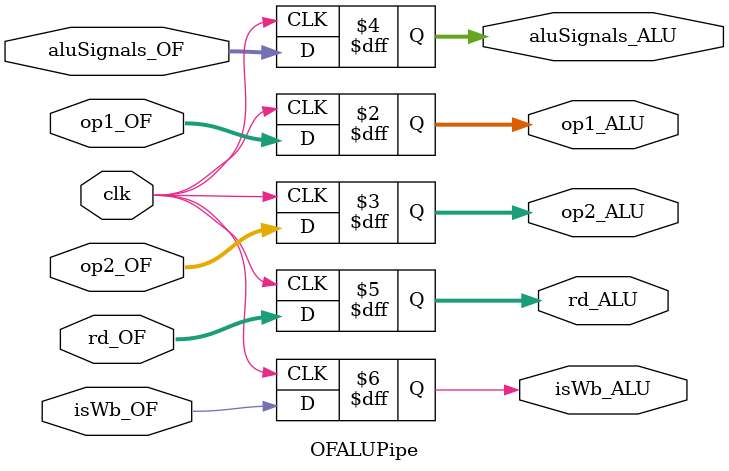
<source format=v>
`timescale 1ns / 1ps


module OFALUPipe(
    input clk,
    input [31:0] op1_OF,
    output reg [31:0] op1_ALU,
    input [31:0] op2_OF,
    output reg [31:0] op2_ALU,
    input [12:0] aluSignals_OF,
    output reg [12:0] aluSignals_ALU,
    //Forwarding
    input [4 : 0] rd_OF,
    output reg [4:0] rd_ALU,
    input isWb_OF,
    output reg isWb_ALU
    );
    
    always @(posedge clk)begin
        op1_ALU <= op1_OF;
        op2_ALU <= op2_OF;
        aluSignals_ALU <= aluSignals_OF;
        rd_ALU <= rd_OF;
        isWb_ALU <= isWb_OF; 
    end
    
endmodule

</source>
